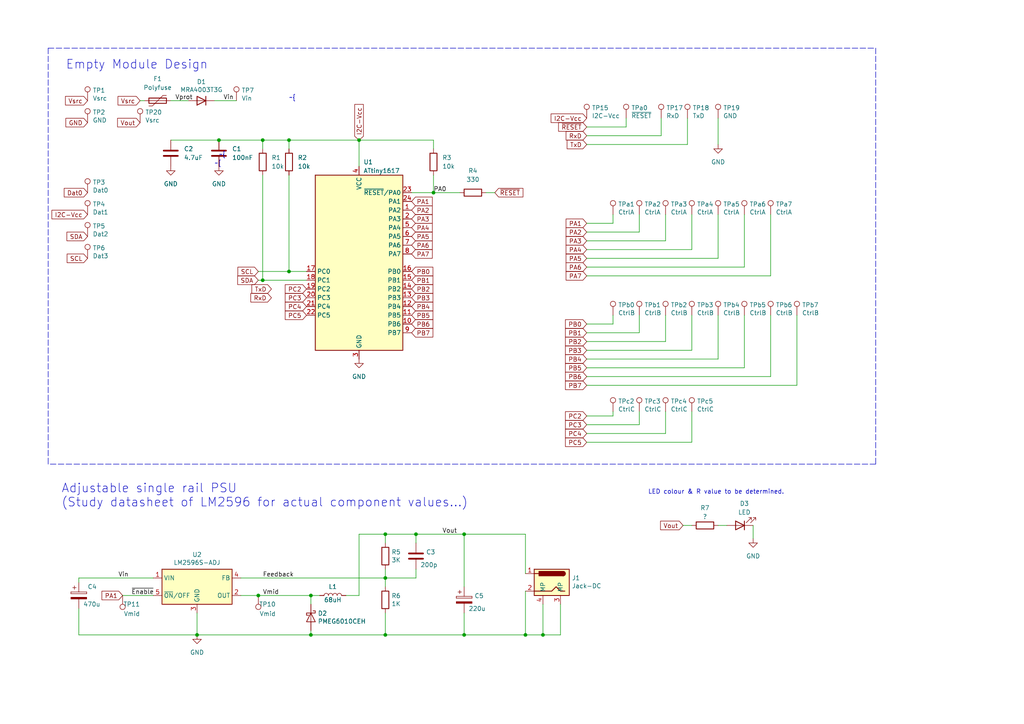
<source format=kicad_sch>
(kicad_sch (version 20211123) (generator eeschema)
  (paper "A4")
  (title_block (title "Adjustable single rail PSU") (date "2024-03-15") (rev "1.0.0") (company "S. A. Miller") (comment 1 "D3 colour & R7 value to be determined based on Vout."))
  (lib_symbols
    (symbol "Connector:TestPoint" (pin_numbers hide) (pin_names (offset 0.762) hide)
      (property "Reference" "TP" (at 0 6.858 0))
      (property "Value" "TestPoint" (at 0 5.08 0))
      (symbol "TestPoint_0_1"
        (circle (center 0 3.302) (radius 0.762))
      )
      (symbol "TestPoint_1_1"
        (pin passive line (at 0 0 90) (length 2.54) (name "1") (number "1"))
      )
    )
    (symbol "Device:C" (pin_numbers hide) (pin_names (offset 0.254))
      (property "Reference" "C" (at 0.635 2.54 0))
      (property "Value" "C" (at 0.635 -2.54 0))
      (symbol "C_0_1"
        (polyline (pts (xy -2.032 -0.762) (xy 2.032 -0.762)) (stroke (width 0.508)))
        (polyline (pts (xy -2.032 0.762) (xy 2.032 0.762)) (stroke (width 0.508)))
      )
      (symbol "C_1_1"
        (pin passive line (at 0 3.81 270) (length 2.794) (name "~") (number "1"))
        (pin passive line (at 0 -3.81 90) (length 2.794) (name "~") (number "2"))
      )
    )
    (symbol "Device:CP" (pin_numbers hide) (pin_names (offset 0.254))
      (property "Reference" "C" (at 0.635 2.54 0))
      (property "Value" "Device_CP" (at 0.635 -2.54 0))
      (symbol "CP_0_1"
        (rectangle (start -2.286 0.508) (end -2.286 1.016))
        (rectangle (start -2.286 0.508) (end 2.286 0.508))
        (polyline (pts (xy -1.778 2.286) (xy -0.762 2.286)))
        (polyline (pts (xy -1.27 2.794) (xy -1.27 1.778)))
        (rectangle (start 2.286 -0.508) (end -2.286 -1.016) (fill (type outline)))
        (rectangle (start 2.286 1.016) (end -2.286 1.016))
        (rectangle (start 2.286 1.016) (end 2.286 0.508))
      )
      (symbol "CP_1_1"
        (pin passive line (at 0 3.81 270) (length 2.794) (name "~") (number "1"))
        (pin passive line (at 0 -3.81 90) (length 2.794) (name "~") (number "2"))
      )
    )
    (symbol "Device:L" (pin_numbers hide) (pin_names (offset 1.016) hide)
      (property "Reference" "L" (at -1.27 0 90))
      (property "Value" "L" (at 1.905 0 90))
      (symbol "L_0_1"
        (arc (start 0 -2.54) (mid 0.635 -1.905) (end 0 -1.27))
        (arc (start 0 -1.27) (mid 0.635 -0.635) (end 0 0))
        (arc (start 0 0) (mid 0.635 0.635) (end 0 1.27))
        (arc (start 0 1.27) (mid 0.635 1.905) (end 0 2.54))
      )
      (symbol "L_1_1"
        (pin passive line (at 0 3.81 270) (length 1.27) (name "1") (number "1"))
        (pin passive line (at 0 -3.81 90) (length 1.27) (name "2") (number "2"))
      )
    )
    (symbol "Device:LED" (pin_numbers hide) (pin_names (offset 1.016) hide)
      (property "Reference" "D" (at 0 2.54 0))
      (property "Value" "LED" (at 0 -2.54 0))
      (symbol "LED_0_1"
        (polyline (pts (xy -1.27 -1.27) (xy -1.27 1.27)) (stroke (width 0.254)))
        (polyline (pts (xy -1.27 0) (xy 1.27 0)))
        (polyline (pts (xy 1.27 -1.27) (xy 1.27 1.27) (xy -1.27 0) (xy 1.27 -1.27)) (stroke (width 0.254)))
        (polyline (pts (xy -3.048 -0.762) (xy -4.572 -2.286) (xy -3.81 -2.286) (xy -4.572 -2.286) (xy -4.572 -1.524)))
        (polyline (pts (xy -1.778 -0.762) (xy -3.302 -2.286) (xy -2.54 -2.286) (xy -3.302 -2.286) (xy -3.302 -1.524)))
      )
      (symbol "LED_1_1"
        (pin passive line (at -3.81 0 0) (length 2.54) (name "K") (number "1"))
        (pin passive line (at 3.81 0 180) (length 2.54) (name "A") (number "2"))
      )
    )
    (symbol "Device:Polyfuse" (pin_numbers hide) (pin_names (offset 0))
      (property "Reference" "F" (at -2.54 0 90))
      (property "Value" "Polyfuse" (at 2.54 0 90))
      (symbol "Polyfuse_0_1"
        (rectangle (start -0.762 2.54) (end 0.762 -2.54) (stroke (width 0.254)))
        (polyline (pts (xy 0 2.54) (xy 0 -2.54)))
        (polyline (pts (xy -1.524 2.54) (xy -1.524 1.524) (xy 1.524 -1.524) (xy 1.524 -2.54)))
      )
      (symbol "Polyfuse_1_1"
        (pin passive line (at 0 3.81 270) (length 1.27) (name "~") (number "1"))
        (pin passive line (at 0 -3.81 90) (length 1.27) (name "~") (number "2"))
      )
    )
    (symbol "Device:R" (pin_numbers hide) (pin_names (offset 0))
      (property "Reference" "R" (at 2.032 0 90))
      (property "Value" "R" (at 0 0 90))
      (symbol "R_0_1"
        (rectangle (start -1.016 -2.54) (end 1.016 2.54) (stroke (width 0.254)))
      )
      (symbol "R_1_1"
        (pin passive line (at 0 3.81 270) (length 1.27) (name "~") (number "1"))
        (pin passive line (at 0 -3.81 90) (length 1.27) (name "~") (number "2"))
      )
    )
    (symbol "Diode:MRA4003T3G" (pin_numbers hide) (pin_names (offset 1.016) hide)
      (property "Reference" "D" (at 0 2.54 0))
      (property "Value" "MRA4003T3G" (at 0 -2.54 0))
      (symbol "MRA4003T3G_0_1"
        (polyline (pts (xy -1.27 1.27) (xy -1.27 -1.27)) (stroke (width 0.254)))
        (polyline (pts (xy 1.27 0) (xy -1.27 0)))
        (polyline (pts (xy 1.27 1.27) (xy 1.27 -1.27) (xy -1.27 0) (xy 1.27 1.27)) (stroke (width 0.254)))
      )
      (symbol "MRA4003T3G_1_1"
        (pin passive line (at -3.81 0 0) (length 2.54) (name "K") (number "1"))
        (pin passive line (at 3.81 0 180) (length 2.54) (name "A") (number "2"))
      )
    )
    (symbol "Diode:PMEG6010CEH" (pin_numbers hide) (pin_names hide)
      (property "Reference" "D" (at 0 2.54 0))
      (property "Value" "PMEG6010CEH" (at 0 -2.54 0))
      (symbol "PMEG6010CEH_0_1"
        (polyline (pts (xy 1.27 0) (xy -1.27 0)))
        (polyline (pts (xy 1.27 1.27) (xy 1.27 -1.27) (xy -1.27 0) (xy 1.27 1.27)) (stroke (width 0.2032)))
        (polyline (pts (xy -1.905 0.635) (xy -1.905 1.27) (xy -1.27 1.27) (xy -1.27 -1.27) (xy -0.635 -1.27) (xy -0.635 -0.635)) (stroke (width 0.2032)))
      )
      (symbol "PMEG6010CEH_1_1"
        (pin passive line (at -3.81 0 0) (length 2.54) (name "K") (number "1"))
        (pin passive line (at 3.81 0 180) (length 2.54) (name "A") (number "2"))
      )
    )
    (symbol "MCU_Microchip_ATtiny:ATtiny817-M"
      (property "Reference" "U" (at -12.7 26.67 0))
      (property "Value" "ATtiny817-M" (at 2.54 -26.67 0))
      (symbol "ATtiny817-M_0_1"
        (rectangle (start -12.7 -25.4) (end 12.7 25.4) (stroke (width 0.254)) (fill (type background)))
      )
      (symbol "ATtiny817-M_1_1"
        (pin bidirectional line (at 15.24 15.24 180) (length 2.54) (name "PA2") (number "1"))
        (pin bidirectional line (at 15.24 -17.78 180) (length 2.54) (name "PB6") (number "10"))
        (pin bidirectional line (at 15.24 -15.24 180) (length 2.54) (name "PB5") (number "11"))
        (pin bidirectional line (at 15.24 -12.7 180) (length 2.54) (name "PB4") (number "12"))
        (pin bidirectional line (at 15.24 -10.16 180) (length 2.54) (name "PB3") (number "13"))
        (pin bidirectional line (at 15.24 -7.62 180) (length 2.54) (name "PB2") (number "14"))
        (pin bidirectional line (at 15.24 -5.08 180) (length 2.54) (name "PB1") (number "15"))
        (pin bidirectional line (at 15.24 -2.54 180) (length 2.54) (name "PB0") (number "16"))
        (pin bidirectional line (at -15.24 -2.54 0) (length 2.54) (name "PC0") (number "17"))
        (pin bidirectional line (at -15.24 -5.08 0) (length 2.54) (name "PC1") (number "18"))
        (pin bidirectional line (at -15.24 -7.62 0) (length 2.54) (name "PC2") (number "19"))
        (pin bidirectional line (at 15.24 12.7 180) (length 2.54) (name "PA3") (number "2"))
        (pin bidirectional line (at -15.24 -10.16 0) (length 2.54) (name "PC3") (number "20"))
        (pin bidirectional line (at -15.24 -12.7 0) (length 2.54) (name "PC4") (number "21"))
        (pin bidirectional line (at -15.24 -15.24 0) (length 2.54) (name "PC5") (number "22"))
        (pin bidirectional line (at 15.24 20.32 180) (length 2.54) (name "~{RESET}/PA0") (number "23"))
        (pin bidirectional line (at 15.24 17.78 180) (length 2.54) (name "PA1") (number "24"))
        (pin passive line (at 0 -27.94 90) (length 2.54) hide (name "GND") (number "25"))
        (pin power_in line (at 0 -27.94 90) (length 2.54) (name "GND") (number "3"))
        (pin power_in line (at 0 27.94 270) (length 2.54) (name "VCC") (number "4"))
        (pin bidirectional line (at 15.24 10.16 180) (length 2.54) (name "PA4") (number "5"))
        (pin bidirectional line (at 15.24 7.62 180) (length 2.54) (name "PA5") (number "6"))
        (pin bidirectional line (at 15.24 5.08 180) (length 2.54) (name "PA6") (number "7"))
        (pin bidirectional line (at 15.24 2.54 180) (length 2.54) (name "PA7") (number "8"))
        (pin bidirectional line (at 15.24 -20.32 180) (length 2.54) (name "PB7") (number "9"))
      )
    )
    (symbol "Regulator_Switching:LM2596S-ADJ"
      (property "Reference" "U" (at -10.16 6.35 0))
      (property "Value" "LM2596S-ADJ" (at 0 6.35 0))
      (symbol "LM2596S-ADJ_0_1"
        (rectangle (start -10.16 5.08) (end 10.16 -5.08) (stroke (width 0.254)) (fill (type background)))
      )
      (symbol "LM2596S-ADJ_1_1"
        (pin power_in line (at -12.7 2.54 0) (length 2.54) (name "VIN") (number "1"))
        (pin output line (at 12.7 -2.54 180) (length 2.54) (name "OUT") (number "2"))
        (pin power_in line (at 0 -7.62 90) (length 2.54) (name "GND") (number "3"))
        (pin input line (at 12.7 2.54 180) (length 2.54) (name "FB") (number "4"))
        (pin input line (at -12.7 -2.54 0) (length 2.54) (name "~{ON}/OFF") (number "5"))
      )
    )
    (symbol "power:GND" (power) (pin_names (offset 0))
      (property "Value" "GND" (at 0 -3.81 0))
      (symbol "GND_0_1"
        (polyline (pts (xy 0 0) (xy 0 -1.27) (xy 1.27 -1.27) (xy 0 -2.54) (xy -1.27 -1.27) (xy 0 -1.27)))
      )
      (symbol "GND_1_1"
        (pin power_in line (at 0 0 270) (length 0) hide (name "GND") (number "1"))
      )
    )
    (symbol "tinker:Jack-DC" (pin_names (offset 1.016))
      (property "Reference" "J" (at 0 5.334 0))
      (property "Value" "Jack-DC" (at -10.16 -2.54 0))
      (symbol "Jack-DC_0_1"
        (rectangle (start -5.08 3.81) (end 5.08 -3.81) (stroke (width 0.254)) (fill (type background)))
        (arc (start -3.302 3.175) (mid -3.937 2.54) (end -3.302 1.905) (stroke (width 0.254)))
        (arc (start -3.302 3.175) (mid -3.937 2.54) (end -3.302 1.905) (stroke (width 0.254)) (fill (type outline)))
        (polyline (pts (xy 5.08 2.54) (xy 3.81 2.54)) (stroke (width 0.254)))
        (polyline (pts (xy -3.81 -2.54) (xy -2.54 -2.54) (xy -1.27 -1.27) (xy 0 -2.54) (xy 2.54 -2.54) (xy 5.08 -2.54)) (stroke (width 0.254)))
        (rectangle (start 3.683 3.175) (end -3.302 1.905) (stroke (width 0.254)) (fill (type outline)))
      )
      (symbol "Jack-DC_1_1"
        (pin passive line (at 7.62 2.54 180) (length 2.54) (name "~") (number "1"))
        (pin passive line (at 7.62 -2.54 180) (length 2.54) (name "~") (number "2"))
        (pin power_in line (at -2.54 -6.35 90) (length 2.54) (name "MP") (number "3"))
        (pin power_in line (at 2.54 -6.35 90) (length 2.54) (name "MP") (number "4"))
      )
    )
  )
  (junction (at 134.62 184.15))
  (junction (at 76.2 40.64))
  (junction (at 120.65 154.94))
  (junction (at 104.14 40.64))
  (junction (at 152.4 184.15))
  (junction (at 74.93 172.72))
  (junction (at 90.17 184.15))
  (junction (at 57.15 184.15))
  (junction (at 111.76 167.64))
  (junction (at 83.82 40.64))
  (junction (at 134.62 154.94))
  (junction (at 111.76 154.94))
  (junction (at 76.2 81.28))
  (junction (at 90.17 172.72))
  (junction (at 63.5 40.64))
  (junction (at 157.48 184.15))
  (junction (at 125.73 55.88))
  (junction (at 83.82 78.74))
  (junction (at 111.76 184.15))
  (wire (pts (xy 83.82 40.64) (xy 104.14 40.64)))
  (wire (pts (xy 49.53 29.21) (xy 54.61 29.21)))
  (wire (pts (xy 69.85 172.72) (xy 74.93 172.72)))
  (wire (pts (xy 193.04 99.06) (xy 193.04 91.44)))
  (wire (pts (xy 193.04 69.85) (xy 193.04 62.23)))
  (polyline (pts (xy 254 134.62) (xy 13.97 134.62)))
  (wire (pts (xy 208.28 152.4) (xy 210.82 152.4)))
  (wire (pts (xy 200.66 119.38) (xy 200.66 128.27)))
  (wire (pts (xy 134.62 184.15) (xy 111.76 184.15)))
  (wire (pts (xy 170.18 39.37) (xy 191.77 39.37)))
  (wire (pts (xy 170.18 41.91) (xy 199.39 41.91)))
  (wire (pts (xy 181.61 36.83) (xy 181.61 34.29)))
  (wire (pts (xy 74.93 81.28) (xy 76.2 81.28)))
  (wire (pts (xy 200.66 62.23) (xy 200.66 72.39)))
  (wire (pts (xy 162.56 184.15) (xy 157.48 184.15)))
  (wire (pts (xy 170.18 104.14) (xy 208.28 104.14)))
  (wire (pts (xy 74.93 78.74) (xy 83.82 78.74)))
  (wire (pts (xy 104.14 40.64) (xy 104.14 48.26)))
  (wire (pts (xy 170.18 123.19) (xy 185.42 123.19)))
  (wire (pts (xy 170.18 109.22) (xy 223.52 109.22)))
  (wire (pts (xy 83.82 40.64) (xy 83.82 43.18)))
  (wire (pts (xy 170.18 36.83) (xy 181.61 36.83)))
  (wire (pts (xy 90.17 172.72) (xy 92.71 172.72)))
  (wire (pts (xy 125.73 55.88) (xy 133.35 55.88)))
  (wire (pts (xy 191.77 39.37) (xy 191.77 34.29)))
  (wire (pts (xy 170.18 69.85) (xy 193.04 69.85)))
  (wire (pts (xy 83.82 78.74) (xy 88.9 78.74)))
  (wire (pts (xy 170.18 120.65) (xy 177.8 120.65)))
  (wire (pts (xy 83.82 50.8) (xy 83.82 78.74)))
  (wire (pts (xy 120.65 154.94) (xy 111.76 154.94)))
  (wire (pts (xy 231.14 111.76) (xy 231.14 91.44)))
  (wire (pts (xy 215.9 106.68) (xy 215.9 91.44)))
  (wire (pts (xy 49.53 40.64) (xy 63.5 40.64)))
  (wire (pts (xy 69.85 167.64) (xy 111.76 167.64)))
  (wire (pts (xy 62.23 29.21) (xy 68.58 29.21)))
  (wire (pts (xy 134.62 177.8) (xy 134.62 184.15)))
  (wire (pts (xy 170.18 106.68) (xy 215.9 106.68)))
  (wire (pts (xy 170.18 64.77) (xy 177.8 64.77)))
  (wire (pts (xy 111.76 154.94) (xy 104.14 154.94)))
  (wire (pts (xy 125.73 40.64) (xy 125.73 43.18)))
  (wire (pts (xy 208.28 104.14) (xy 208.28 91.44)))
  (wire (pts (xy 125.73 50.8) (xy 125.73 55.88)))
  (wire (pts (xy 185.42 123.19) (xy 185.42 119.38)))
  (wire (pts (xy 111.76 167.64) (xy 111.76 170.18)))
  (wire (pts (xy 170.18 128.27) (xy 200.66 128.27)))
  (wire (pts (xy 90.17 182.88) (xy 90.17 184.15)))
  (wire (pts (xy 152.4 154.94) (xy 134.62 154.94)))
  (wire (pts (xy 170.18 72.39) (xy 200.66 72.39)))
  (wire (pts (xy 76.2 81.28) (xy 88.9 81.28)))
  (wire (pts (xy 157.48 184.15) (xy 152.4 184.15)))
  (wire (pts (xy 74.93 172.72) (xy 90.17 172.72)))
  (wire (pts (xy 157.48 175.26) (xy 157.48 184.15)))
  (wire (pts (xy 22.86 176.53) (xy 22.86 184.15)))
  (wire (pts (xy 111.76 165.1) (xy 111.76 167.64)))
  (wire (pts (xy 208.28 74.93) (xy 208.28 62.23)))
  (wire (pts (xy 76.2 40.64) (xy 83.82 40.64)))
  (wire (pts (xy 152.4 166.37) (xy 152.4 154.94)))
  (wire (pts (xy 111.76 177.8) (xy 111.76 184.15)))
  (wire (pts (xy 200.66 91.44) (xy 200.66 101.6)))
  (wire (pts (xy 22.86 184.15) (xy 57.15 184.15)))
  (polyline (pts (xy 13.97 13.97) (xy 254 13.97)))
  (wire (pts (xy 140.97 55.88) (xy 143.51 55.88)))
  (wire (pts (xy 134.62 170.18) (xy 134.62 154.94)))
  (wire (pts (xy 76.2 50.8) (xy 76.2 81.28)))
  (wire (pts (xy 170.18 96.52) (xy 185.42 96.52)))
  (wire (pts (xy 41.91 29.21) (xy 40.64 29.21)))
  (wire (pts (xy 215.9 77.47) (xy 215.9 62.23)))
  (wire (pts (xy 111.76 184.15) (xy 90.17 184.15)))
  (wire (pts (xy 198.12 152.4) (xy 200.66 152.4)))
  (wire (pts (xy 177.8 64.77) (xy 177.8 62.23)))
  (wire (pts (xy 193.04 125.73) (xy 193.04 119.38)))
  (wire (pts (xy 170.18 80.01) (xy 223.52 80.01)))
  (wire (pts (xy 90.17 175.26) (xy 90.17 172.72)))
  (wire (pts (xy 170.18 93.98) (xy 177.8 93.98)))
  (wire (pts (xy 22.86 167.64) (xy 22.86 168.91)))
  (wire (pts (xy 120.65 167.64) (xy 111.76 167.64)))
  (wire (pts (xy 170.18 74.93) (xy 208.28 74.93)))
  (wire (pts (xy 177.8 93.98) (xy 177.8 91.44)))
  (wire (pts (xy 104.14 154.94) (xy 104.14 172.72)))
  (wire (pts (xy 218.44 152.4) (xy 218.44 156.21)))
  (polyline (pts (xy 254 13.97) (xy 254 134.62)))
  (wire (pts (xy 120.65 157.48) (xy 120.65 154.94)))
  (wire (pts (xy 104.14 40.64) (xy 125.73 40.64)))
  (wire (pts (xy 162.56 175.26) (xy 162.56 184.15)))
  (wire (pts (xy 76.2 40.64) (xy 76.2 43.18)))
  (wire (pts (xy 134.62 154.94) (xy 120.65 154.94)))
  (wire (pts (xy 170.18 67.31) (xy 185.42 67.31)))
  (wire (pts (xy 111.76 157.48) (xy 111.76 154.94)))
  (wire (pts (xy 223.52 80.01) (xy 223.52 62.23)))
  (wire (pts (xy 170.18 111.76) (xy 231.14 111.76)))
  (wire (pts (xy 22.86 167.64) (xy 44.45 167.64)))
  (wire (pts (xy 185.42 96.52) (xy 185.42 91.44)))
  (wire (pts (xy 170.18 99.06) (xy 193.04 99.06)))
  (wire (pts (xy 170.18 125.73) (xy 193.04 125.73)))
  (wire (pts (xy 208.28 41.91) (xy 208.28 34.29)))
  (wire (pts (xy 177.8 119.38) (xy 177.8 120.65)))
  (wire (pts (xy 185.42 67.31) (xy 185.42 62.23)))
  (wire (pts (xy 152.4 184.15) (xy 134.62 184.15)))
  (polyline (pts (xy 13.97 13.97) (xy 13.97 134.62)))
  (wire (pts (xy 57.15 184.15) (xy 90.17 184.15)))
  (wire (pts (xy 199.39 41.91) (xy 199.39 34.29)))
  (wire (pts (xy 57.15 184.15) (xy 57.15 177.8)))
  (wire (pts (xy 170.18 77.47) (xy 215.9 77.47)))
  (wire (pts (xy 223.52 109.22) (xy 223.52 91.44)))
  (wire (pts (xy 63.5 40.64) (xy 76.2 40.64)))
  (wire (pts (xy 120.65 165.1) (xy 120.65 167.64)))
  (wire (pts (xy 152.4 171.45) (xy 152.4 184.15)))
  (wire (pts (xy 170.18 101.6) (xy 200.66 101.6)))
  (wire (pts (xy 119.38 55.88) (xy 125.73 55.88)))
  (wire (pts (xy 35.56 172.72) (xy 44.45 172.72)))
  (wire (pts (xy 104.14 172.72) (xy 100.33 172.72)))
  (text "Empty Module Design" (at 19.05 20.32 0) (effects (font (size 2.54 2.54)) (justify left bottom)))
  (text "~{" (at 62.23 48.26 0) (effects (font (size 1.27 1.27)) (justify left bottom)))
  (text "~{" (at 83.82 29.21 0) (effects (font (size 1.27 1.27)) (justify left bottom)))
  (text "Adjustable single rail PSU\n(Study datasheet of LM2596 for actual component values...)" (at 17.78 147.32 0) (effects (font (size 2.54 2.54)) (justify left bottom)))
  (text "LED colour & R value to be determined." (at 187.96 143.51 0) (effects (font (size 1.27 1.27)) (justify left bottom)))
  (text "~{" (at 63.5 45.72 0) (effects (font (size 1.27 1.27)) (justify left bottom)))
  (label "Vprot" (at 50.8 29.21 0))
  (label "Feedback" (at 76.2 167.64 0))
  (label "Vout" (at 128.27 154.94 0))
  (label "PA0" (at 125.73 55.88 0))
  (label "Vmid" (at 76.2 172.72 0))
  (label "~{Enable}" (at 38.1 172.72 0))
  (label "Vin" (at 34.29 167.64 0))
  (label "Vin" (at 64.77 29.21 0))
  (global_label "PB5" (shape input) (at 170.18 106.68 180) (property "Intersheet References" "${INTERSHEET_REFS}" (effects hide)))
  (global_label "PA2" (shape input) (at 119.38 60.96 0) (property "Intersheet References" "${INTERSHEET_REFS}" (effects hide)))
  (global_label "PB4" (shape input) (at 119.38 88.9 0) (property "Intersheet References" "${INTERSHEET_REFS}" (effects hide)))
  (global_label "PA3" (shape input) (at 170.18 69.85 180) (property "Intersheet References" "${INTERSHEET_REFS}" (effects hide)))
  (global_label "PB3" (shape input) (at 119.38 86.36 0) (property "Intersheet References" "${INTERSHEET_REFS}" (effects hide)))
  (global_label "PC3" (shape input) (at 88.9 86.36 180) (property "Intersheet References" "${INTERSHEET_REFS}" (effects hide)))
  (global_label "TxD" (shape input) (at 170.18 41.91 180) (property "Intersheet References" "${INTERSHEET_REFS}" (effects hide)))
  (global_label "SDA" (shape input) (at 25.4 68.58 180) (property "Intersheet References" "${INTERSHEET_REFS}" (effects hide)))
  (global_label "PC2" (shape input) (at 170.18 120.65 180) (property "Intersheet References" "${INTERSHEET_REFS}" (effects hide)))
  (global_label "PB7" (shape input) (at 170.18 111.76 180) (property "Intersheet References" "${INTERSHEET_REFS}" (effects hide)))
  (global_label "PA7" (shape input) (at 119.38 73.66 0) (property "Intersheet References" "${INTERSHEET_REFS}" (effects hide)))
  (global_label "PB7" (shape input) (at 119.38 96.52 0) (property "Intersheet References" "${INTERSHEET_REFS}" (effects hide)))
  (global_label "PB2" (shape input) (at 119.38 83.82 0) (property "Intersheet References" "${INTERSHEET_REFS}" (effects hide)))
  (global_label "TxD" (shape input) (at 78.74 83.82 180) (property "Intersheet References" "${INTERSHEET_REFS}" (effects hide)))
  (global_label "PB1" (shape input) (at 119.38 81.28 0) (property "Intersheet References" "${INTERSHEET_REFS}" (effects hide)))
  (global_label "PB6" (shape input) (at 119.38 93.98 0) (property "Intersheet References" "${INTERSHEET_REFS}" (effects hide)))
  (global_label "PC5" (shape input) (at 88.9 91.44 180) (property "Intersheet References" "${INTERSHEET_REFS}" (effects hide)))
  (global_label "SDA" (shape input) (at 74.93 81.28 180) (property "Intersheet References" "${INTERSHEET_REFS}" (effects hide)))
  (global_label "PB5" (shape input) (at 119.38 91.44 0) (property "Intersheet References" "${INTERSHEET_REFS}" (effects hide)))
  (global_label "Vout" (shape input) (at 198.12 152.4 180) (property "Intersheet References" "${INTERSHEET_REFS}" (effects hide)))
  (global_label "PA3" (shape input) (at 119.38 63.5 0) (property "Intersheet References" "${INTERSHEET_REFS}" (effects hide)))
  (global_label "PA6" (shape input) (at 119.38 71.12 0) (property "Intersheet References" "${INTERSHEET_REFS}" (effects hide)))
  (global_label "PC5" (shape input) (at 170.18 128.27 180) (property "Intersheet References" "${INTERSHEET_REFS}" (effects hide)))
  (global_label "PC4" (shape input) (at 88.9 88.9 180) (property "Intersheet References" "${INTERSHEET_REFS}" (effects hide)))
  (global_label "I2C-Vcc" (shape input) (at 25.4 62.23 180) (property "Intersheet References" "${INTERSHEET_REFS}" (effects hide)))
  (global_label "I2C-Vcc" (shape input) (at 170.18 34.29 180) (property "Intersheet References" "${INTERSHEET_REFS}" (effects hide)))
  (global_label "RxD" (shape input) (at 78.74 86.36 180) (property "Intersheet References" "${INTERSHEET_REFS}" (effects hide)))
  (global_label "PA1" (shape input) (at 35.56 172.72 180) (property "Intersheet References" "${INTERSHEET_REFS}" (effects hide)))
  (global_label "GND" (shape input) (at 25.4 35.56 180) (property "Intersheet References" "${INTERSHEET_REFS}" (effects hide)))
  (global_label "PB2" (shape input) (at 170.18 99.06 180) (property "Intersheet References" "${INTERSHEET_REFS}" (effects hide)))
  (global_label "~{RESET}" (shape input) (at 143.51 55.88 0) (property "Intersheet References" "${INTERSHEET_REFS}" (effects hide)))
  (global_label "Vout" (shape input) (at 40.64 35.56 180) (property "Intersheet References" "${INTERSHEET_REFS}" (effects hide)))
  (global_label "PB0" (shape input) (at 170.18 93.98 180) (property "Intersheet References" "${INTERSHEET_REFS}" (effects hide)))
  (global_label "~{RESET}" (shape input) (at 170.18 36.83 180) (property "Intersheet References" "${INTERSHEET_REFS}" (effects hide)))
  (global_label "PA6" (shape input) (at 170.18 77.47 180) (property "Intersheet References" "${INTERSHEET_REFS}" (effects hide)))
  (global_label "PA2" (shape input) (at 170.18 67.31 180) (property "Intersheet References" "${INTERSHEET_REFS}" (effects hide)))
  (global_label "SCL" (shape input) (at 74.93 78.74 180) (property "Intersheet References" "${INTERSHEET_REFS}" (effects hide)))
  (global_label "PC2" (shape input) (at 88.9 83.82 180) (property "Intersheet References" "${INTERSHEET_REFS}" (effects hide)))
  (global_label "PA4" (shape input) (at 170.18 72.39 180) (property "Intersheet References" "${INTERSHEET_REFS}" (effects hide)))
  (global_label "I2C-Vcc" (shape input) (at 104.14 40.64 90) (property "Intersheet References" "${INTERSHEET_REFS}" (effects hide)))
  (global_label "Vsrc" (shape input) (at 40.64 29.21 180) (property "Intersheet References" "${INTERSHEET_REFS}" (effects hide)))
  (global_label "RxD" (shape input) (at 170.18 39.37 180) (property "Intersheet References" "${INTERSHEET_REFS}" (effects hide)))
  (global_label "Vsrc" (shape input) (at 25.4 29.21 180) (property "Intersheet References" "${INTERSHEET_REFS}" (effects hide)))
  (global_label "PA7" (shape input) (at 170.18 80.01 180) (property "Intersheet References" "${INTERSHEET_REFS}" (effects hide)))
  (global_label "PA5" (shape input) (at 170.18 74.93 180) (property "Intersheet References" "${INTERSHEET_REFS}" (effects hide)))
  (global_label "PB6" (shape input) (at 170.18 109.22 180) (property "Intersheet References" "${INTERSHEET_REFS}" (effects hide)))
  (global_label "PB4" (shape input) (at 170.18 104.14 180) (property "Intersheet References" "${INTERSHEET_REFS}" (effects hide)))
  (global_label "PB0" (shape input) (at 119.38 78.74 0) (property "Intersheet References" "${INTERSHEET_REFS}" (effects hide)))
  (global_label "PA4" (shape input) (at 119.38 66.04 0) (property "Intersheet References" "${INTERSHEET_REFS}" (effects hide)))
  (global_label "PB1" (shape input) (at 170.18 96.52 180) (property "Intersheet References" "${INTERSHEET_REFS}" (effects hide)))
  (global_label "PC4" (shape input) (at 170.18 125.73 180) (property "Intersheet References" "${INTERSHEET_REFS}" (effects hide)))
  (global_label "Dat0" (shape input) (at 25.4 55.88 180) (property "Intersheet References" "${INTERSHEET_REFS}" (effects hide)))
  (global_label "PB3" (shape input) (at 170.18 101.6 180) (property "Intersheet References" "${INTERSHEET_REFS}" (effects hide)))
  (global_label "PA1" (shape input) (at 170.18 64.77 180) (property "Intersheet References" "${INTERSHEET_REFS}" (effects hide)))
  (global_label "PA5" (shape input) (at 119.38 68.58 0) (property "Intersheet References" "${INTERSHEET_REFS}" (effects hide)))
  (global_label "SCL" (shape input) (at 25.4 74.93 180) (property "Intersheet References" "${INTERSHEET_REFS}" (effects hide)))
  (global_label "PA1" (shape input) (at 119.38 58.42 0) (property "Intersheet References" "${INTERSHEET_REFS}" (effects hide)))
  (global_label "PC3" (shape input) (at 170.18 123.19 180) (property "Intersheet References" "${INTERSHEET_REFS}" (effects hide)))
  (symbol (lib_id "Connector:TestPoint") (at 177.8 62.23 0) (unit 1)
    (property "Reference" "TPa1" (at 179.2732 59.2328 0) (effects (justify left)))
    (property "Value" "CtrlA" (at 179.2732 61.5442 0) (effects (justify left)))
    (property "Footprint" "tinker:TestPoint_THTPad_D1.0mm_Drill0.5mm" (effects hide))
  )
  (symbol (lib_id "Device:R") (at 137.16 55.88 90) (unit 1)
    (property "Reference" "R4" (at 137.16 49.53 90))
    (property "Value" "330" (at 137.16 52.07 90))
    (property "Footprint" "Resistor_SMD:R_0603_1608Metric" (effects hide))
  )
  (symbol (lib_id "Connector:TestPoint") (at 25.4 62.23 0) (unit 1)
    (property "Reference" "TP4" (at 26.8732 59.2328 0) (effects (justify left)))
    (property "Value" "Dat1" (at 26.8732 61.5442 0) (effects (justify left)))
    (property "Footprint" "TestPoint:TestPoint_THTPad_D1.0mm_Drill0.5mm" (effects hide))
  )
  (symbol (lib_id "Connector:TestPoint") (at 35.56 172.72 180) (unit 1)
    (property "Reference" "TP11" (at 40.64 175.26 0) (effects (justify left)))
    (property "Value" "Vmid" (at 40.64 178.0286 0) (effects (justify left)))
    (property "Footprint" "tinker:TestPoint_THTPad_D1.0mm_Drill0.5mm" (effects hide))
  )
  (symbol (lib_id "Connector:TestPoint") (at 193.04 62.23 0) (unit 1)
    (property "Reference" "TPa3" (at 194.5132 59.2328 0) (effects (justify left)))
    (property "Value" "CtrlA" (at 194.5132 61.5442 0) (effects (justify left)))
    (property "Footprint" "tinker:TestPoint_THTPad_D1.0mm_Drill0.5mm" (effects hide))
  )
  (symbol (lib_id "Device:R") (at 125.73 46.99 0) (unit 1)
    (property "Reference" "R3" (at 128.27 45.7199 0) (effects (justify left)))
    (property "Value" "10k" (at 128.27 48.2599 0) (effects (justify left)))
    (property "Footprint" "Resistor_SMD:R_0603_1608Metric" (effects hide))
  )
  (symbol (lib_id "Connector:TestPoint") (at 200.66 62.23 0) (unit 1)
    (property "Reference" "TPa4" (at 202.1332 59.2328 0) (effects (justify left)))
    (property "Value" "CtrlA" (at 202.1332 61.5442 0) (effects (justify left)))
    (property "Footprint" "tinker:TestPoint_THTPad_D1.0mm_Drill0.5mm" (effects hide))
  )
  (symbol (lib_id "Connector:TestPoint") (at 208.28 91.44 0) (unit 1)
    (property "Reference" "TPb4" (at 209.7532 88.4428 0) (effects (justify left)))
    (property "Value" "CtrlB" (at 209.7532 90.7542 0) (effects (justify left)))
    (property "Footprint" "tinker:TestPoint_THTPad_D1.0mm_Drill0.5mm" (effects hide))
  )
  (symbol (lib_id "power:GND") (at 218.44 156.21 0) (unit 1)
    (property "Reference" "#PWR0105" (effects hide))
    (property "Value" "GND" (at 218.44 161.29 0))
  )
  (symbol (lib_id "Device:C") (at 49.53 44.45 0) (unit 1)
    (property "Reference" "C2" (at 53.34 43.1799 0) (effects (justify left)))
    (property "Value" "4.7uF" (at 53.34 45.7199 0) (effects (justify left)))
    (property "Footprint" "Capacitor_SMD:C_0603_1608Metric" (effects hide))
  )
  (symbol (lib_id "Connector:TestPoint") (at 215.9 91.44 0) (unit 1)
    (property "Reference" "TPb5" (at 217.3732 88.4428 0) (effects (justify left)))
    (property "Value" "CtrlB" (at 217.3732 90.7542 0) (effects (justify left)))
    (property "Footprint" "tinker:TestPoint_THTPad_D1.0mm_Drill0.5mm" (effects hide))
  )
  (symbol (lib_id "Connector:TestPoint") (at 40.64 35.56 0) (unit 1)
    (property "Reference" "TP20" (at 42.1132 32.5628 0) (effects (justify left)))
    (property "Value" "Vsrc" (at 42.1132 34.8742 0) (effects (justify left)))
    (property "Footprint" "tinker:TestPoint_THTPad_D1.0mm_Drill0.5mm" (effects hide))
  )
  (symbol (lib_id "Device:R") (at 111.76 161.29 0) (unit 1)
    (property "Reference" "R5" (at 113.538 160.1216 0) (effects (justify left)))
    (property "Value" "3K" (at 113.538 162.433 0) (effects (justify left)))
    (property "Footprint" "Resistor_SMD:R_0805_2012Metric" (effects hide))
  )
  (symbol (lib_id "Device:R") (at 76.2 46.99 0) (unit 1)
    (property "Reference" "R1" (at 78.74 45.7199 0) (effects (justify left)))
    (property "Value" "10k" (at 78.74 48.2599 0) (effects (justify left)))
    (property "Footprint" "Resistor_SMD:R_0603_1608Metric" (effects hide))
  )
  (symbol (lib_id "Connector:TestPoint") (at 200.66 91.44 0) (unit 1)
    (property "Reference" "TPb3" (at 202.1332 88.4428 0) (effects (justify left)))
    (property "Value" "CtrlB" (at 202.1332 90.7542 0) (effects (justify left)))
    (property "Footprint" "tinker:TestPoint_THTPad_D1.0mm_Drill0.5mm" (effects hide))
  )
  (symbol (lib_id "Connector:TestPoint") (at 181.61 34.29 0) (unit 1)
    (property "Reference" "TPa0" (at 183.0832 31.2928 0) (effects (justify left)))
    (property "Value" "~{RESET}" (at 183.0832 33.6042 0) (effects (justify left)))
    (property "Footprint" "TestPoint:TestPoint_THTPad_D1.0mm_Drill0.5mm" (effects hide))
  )
  (symbol (lib_id "Connector:TestPoint") (at 25.4 35.56 0) (unit 1)
    (property "Reference" "TP2" (at 26.8732 32.5628 0) (effects (justify left)))
    (property "Value" "GND" (at 26.8732 34.8742 0) (effects (justify left)))
    (property "Footprint" "tinker:TestPoint_THTPad_D1.0mm_Drill0.5mm" (effects hide))
  )
  (symbol (lib_id "Device:C") (at 63.5 44.45 0) (unit 1)
    (property "Reference" "C1" (at 67.31 43.1799 0) (effects (justify left)))
    (property "Value" "100nF" (at 67.31 45.7199 0) (effects (justify left)))
    (property "Footprint" "Capacitor_SMD:C_0603_1608Metric" (effects hide))
  )
  (symbol (lib_id "power:GND") (at 208.28 41.91 0) (unit 1)
    (property "Reference" "#PWR0106" (effects hide))
    (property "Value" "GND" (at 208.28 46.99 0))
  )
  (symbol (lib_id "Device:LED") (at 214.63 152.4 180) (unit 1)
    (property "Reference" "D3" (at 215.9 146.05 0))
    (property "Value" "LED" (at 215.9 148.59 0))
    (property "Footprint" "LED_SMD:LED_0603_1608Metric" (effects hide))
  )
  (symbol (lib_id "Connector:TestPoint") (at 199.39 34.29 0) (unit 1) (on_board no)
    (property "Reference" "TP18" (at 200.8632 31.2928 0) (effects (justify left)))
    (property "Value" "TxD" (at 200.8632 33.6042 0) (effects (justify left)))
    (property "Footprint" "TestPoint:TestPoint_THTPad_D1.0mm_Drill0.5mm" (effects hide))
  )
  (symbol (lib_id "Connector:TestPoint") (at 185.42 62.23 0) (unit 1)
    (property "Reference" "TPa2" (at 186.8932 59.2328 0) (effects (justify left)))
    (property "Value" "CtrlA" (at 186.8932 61.5442 0) (effects (justify left)))
    (property "Footprint" "tinker:TestPoint_THTPad_D1.0mm_Drill0.5mm" (effects hide))
  )
  (symbol (lib_id "Connector:TestPoint") (at 193.04 91.44 0) (unit 1)
    (property "Reference" "TPb2" (at 194.5132 88.4428 0) (effects (justify left)))
    (property "Value" "CtrlB" (at 194.5132 90.7542 0) (effects (justify left)))
    (property "Footprint" "tinker:TestPoint_THTPad_D1.0mm_Drill0.5mm" (effects hide))
  )
  (symbol (lib_id "Device:CP") (at 134.62 173.99 0) (unit 1)
    (property "Reference" "C5" (at 137.6172 172.8216 0) (effects (justify left)))
    (property "Value" "220u" (at 135.89 176.53 0) (effects (justify left)))
    (property "Footprint" "Capacitor_SMD:CP_Elec_10x7.7" (effects hide))
  )
  (symbol (lib_id "Device:L") (at 96.52 172.72 90) (unit 1)
    (property "Reference" "L1" (at 96.52 170.18 90))
    (property "Value" "68uH" (at 96.52 173.99 90))
    (property "Footprint" "Inductor_SMD:L_12x12mm_H8mm" (effects hide))
  )
  (symbol (lib_id "Connector:TestPoint") (at 177.8 119.38 0) (unit 1)
    (property "Reference" "TPc2" (at 179.2732 116.3828 0) (effects (justify left)))
    (property "Value" "CtrlC" (at 179.2732 118.6942 0) (effects (justify left)))
    (property "Footprint" "tinker:TestPoint_THTPad_D1.0mm_Drill0.5mm" (effects hide))
  )
  (symbol (lib_id "Device:Polyfuse") (at 45.72 29.21 90) (unit 1)
    (property "Reference" "F1" (at 45.72 22.86 90))
    (property "Value" "Polyfuse" (at 45.72 25.4 90))
    (property "Footprint" "tinker:F1206" (effects hide))
    (property "LCSC" "C2977524 (random choice)" (effects hide))
  )
  (symbol (lib_id "Device:R") (at 111.76 173.99 0) (unit 1)
    (property "Reference" "R6" (at 113.538 172.8216 0) (effects (justify left)))
    (property "Value" "1K" (at 113.538 175.133 0) (effects (justify left)))
    (property "Footprint" "Resistor_SMD:R_0805_2012Metric" (effects hide))
  )
  (symbol (lib_id "Connector:TestPoint") (at 177.8 91.44 0) (unit 1)
    (property "Reference" "TPb0" (at 179.2732 88.4428 0) (effects (justify left)))
    (property "Value" "CtrlB" (at 179.2732 90.7542 0) (effects (justify left)))
    (property "Footprint" "tinker:TestPoint_THTPad_D1.0mm_Drill0.5mm" (effects hide))
  )
  (symbol (lib_id "power:GND") (at 104.14 104.14 0) (unit 1)
    (property "Reference" "#PWR0103" (effects hide))
    (property "Value" "GND" (at 104.14 109.22 0))
  )
  (symbol (lib_id "Connector:TestPoint") (at 74.93 172.72 180) (unit 1)
    (property "Reference" "TP10" (at 80.01 175.26 0) (effects (justify left)))
    (property "Value" "Vmid" (at 80.01 178.0286 0) (effects (justify left)))
    (property "Footprint" "tinker:TestPoint_THTPad_D1.0mm_Drill0.5mm" (effects hide))
  )
  (symbol (lib_id "Connector:TestPoint") (at 200.66 119.38 0) (unit 1)
    (property "Reference" "TPc5" (at 202.1332 116.3828 0) (effects (justify left)))
    (property "Value" "CtrlC" (at 202.1332 118.6942 0) (effects (justify left)))
    (property "Footprint" "tinker:TestPoint_THTPad_D1.0mm_Drill0.5mm" (effects hide))
  )
  (symbol (lib_id "Connector:TestPoint") (at 215.9 62.23 0) (unit 1)
    (property "Reference" "TPa6" (at 217.3732 59.2328 0) (effects (justify left)))
    (property "Value" "CtrlA" (at 217.3732 61.5442 0) (effects (justify left)))
    (property "Footprint" "tinker:TestPoint_THTPad_D1.0mm_Drill0.5mm" (effects hide))
  )
  (symbol (lib_id "Connector:TestPoint") (at 25.4 74.93 0) (unit 1)
    (property "Reference" "TP6" (at 26.8732 71.9328 0) (effects (justify left)))
    (property "Value" "Dat3" (at 26.8732 74.2442 0) (effects (justify left)))
    (property "Footprint" "TestPoint:TestPoint_THTPad_D1.0mm_Drill0.5mm" (effects hide))
  )
  (symbol (lib_id "MCU_Microchip_ATtiny:ATtiny817-M") (at 104.14 76.2 0) (unit 1)
    (property "Reference" "U1" (at 105.41 46.99 0) (effects (justify left)))
    (property "Value" "ATtiny1617" (at 105.41 49.53 0) (effects (justify left)))
    (property "Footprint" "Package_DFN_QFN:QFN-24-1EP_4x4mm_P0.5mm_EP2.6x2.6mm" (effects hide))
    (property "Datasheet" "http://ww1.microchip.com/downloads/en/DeviceDoc/40001901B.pdf" (effects hide))
  )
  (symbol (lib_id "Connector:TestPoint") (at 191.77 34.29 0) (unit 1) (on_board no)
    (property "Reference" "TP17" (at 193.2432 31.2928 0) (effects (justify left)))
    (property "Value" "RxD" (at 193.2432 33.6042 0) (effects (justify left)))
    (property "Footprint" "TestPoint:TestPoint_THTPad_D1.0mm_Drill0.5mm" (effects hide))
  )
  (symbol (lib_id "Connector:TestPoint") (at 25.4 55.88 0) (unit 1)
    (property "Reference" "TP3" (at 26.8732 52.8828 0) (effects (justify left)))
    (property "Value" "Dat0" (at 26.8732 55.1942 0) (effects (justify left)))
    (property "Footprint" "TestPoint:TestPoint_THTPad_D1.0mm_Drill0.5mm" (effects hide))
  )
  (symbol (lib_id "Connector:TestPoint") (at 223.52 91.44 0) (unit 1)
    (property "Reference" "TPb6" (at 224.9932 88.4428 0) (effects (justify left)))
    (property "Value" "CtrlB" (at 224.9932 90.7542 0) (effects (justify left)))
    (property "Footprint" "tinker:TestPoint_THTPad_D1.0mm_Drill0.5mm" (effects hide))
  )
  (symbol (lib_id "Device:R") (at 83.82 46.99 0) (unit 1)
    (property "Reference" "R2" (at 86.36 45.7199 0) (effects (justify left)))
    (property "Value" "10k" (at 86.36 48.2599 0) (effects (justify left)))
    (property "Footprint" "Resistor_SMD:R_0603_1608Metric" (effects hide))
  )
  (symbol (lib_id "Connector:TestPoint") (at 185.42 119.38 0) (unit 1)
    (property "Reference" "TPc3" (at 186.8932 116.3828 0) (effects (justify left)))
    (property "Value" "CtrlC" (at 186.8932 118.6942 0) (effects (justify left)))
    (property "Footprint" "tinker:TestPoint_THTPad_D1.0mm_Drill0.5mm" (effects hide))
  )
  (symbol (lib_id "Connector:TestPoint") (at 25.4 68.58 0) (unit 1)
    (property "Reference" "TP5" (at 26.8732 65.5828 0) (effects (justify left)))
    (property "Value" "Dat2" (at 26.8732 67.8942 0) (effects (justify left)))
    (property "Footprint" "TestPoint:TestPoint_THTPad_D1.0mm_Drill0.5mm" (effects hide))
  )
  (symbol (lib_id "Connector:TestPoint") (at 170.18 34.29 0) (unit 1)
    (property "Reference" "TP15" (at 171.6532 31.2928 0) (effects (justify left)))
    (property "Value" "I2C-Vcc" (at 171.6532 33.6042 0) (effects (justify left)))
    (property "Footprint" "TestPoint:TestPoint_THTPad_D1.0mm_Drill0.5mm" (effects hide))
  )
  (symbol (lib_id "Connector:TestPoint") (at 185.42 91.44 0) (unit 1)
    (property "Reference" "TPb1" (at 186.8932 88.4428 0) (effects (justify left)))
    (property "Value" "CtrlB" (at 186.8932 90.7542 0) (effects (justify left)))
    (property "Footprint" "tinker:TestPoint_THTPad_D1.0mm_Drill0.5mm" (effects hide))
  )
  (symbol (lib_id "Diode:PMEG6010CEH") (at 90.17 179.07 270) (unit 1)
    (property "Reference" "D2" (at 92.1766 177.9016 90) (effects (justify left)))
    (property "Value" "PMEG6010CEH" (at 92.1766 180.213 90) (effects (justify left)))
    (property "Footprint" "Diode_SMD:D_SOD-123" (effects hide))
    (property "Datasheet" "https://assets.nexperia.com/documents/data-sheet/PMEG6010CEH_PMEG6010CEJ.pdf" (effects hide))
  )
  (symbol (lib_id "Connector:TestPoint") (at 68.58 29.21 0) (unit 1)
    (property "Reference" "TP7" (at 70.0532 26.2128 0) (effects (justify left)))
    (property "Value" "Vin" (at 70.0532 28.5242 0) (effects (justify left)))
    (property "Footprint" "tinker:TestPoint_THTPad_D1.0mm_Drill0.5mm" (effects hide))
  )
  (symbol (lib_id "Connector:TestPoint") (at 25.4 29.21 0) (unit 1)
    (property "Reference" "TP1" (at 26.8732 26.2128 0) (effects (justify left)))
    (property "Value" "Vsrc" (at 26.8732 28.5242 0) (effects (justify left)))
    (property "Footprint" "tinker:TestPoint_THTPad_D1.0mm_Drill0.5mm" (effects hide))
  )
  (symbol (lib_id "Device:R") (at 204.47 152.4 90) (unit 1)
    (property "Reference" "R7" (at 204.47 147.32 90))
    (property "Value" "?" (at 204.47 149.86 90))
    (property "Footprint" "Resistor_SMD:R_0603_1608Metric" (effects hide))
  )
  (symbol (lib_id "power:GND") (at 57.15 184.15 0) (unit 1)
    (property "Reference" "#PWR0104" (effects hide))
    (property "Value" "GND" (at 57.15 189.23 0))
  )
  (symbol (lib_id "power:GND") (at 49.53 48.26 0) (unit 1)
    (property "Reference" "#PWR0102" (effects hide))
    (property "Value" "GND" (at 49.53 53.34 0))
  )
  (symbol (lib_id "Device:C") (at 120.65 161.29 0) (unit 1)
    (property "Reference" "C3" (at 123.571 160.1216 0) (effects (justify left)))
    (property "Value" "200p" (at 121.92 163.83 0) (effects (justify left)))
    (property "Footprint" "Capacitor_SMD:C_0805_2012Metric" (effects hide))
  )
  (symbol (lib_id "Diode:MRA4003T3G") (at 58.42 29.21 180) (unit 1)
    (property "Reference" "D1" (at 58.42 23.7236 0))
    (property "Value" "MRA4003T3G" (at 58.42 26.035 0))
    (property "Footprint" "Diode_SMD:D_SMA" (effects hide))
    (property "Datasheet" "http://www.onsemi.com/pub_link/Collateral/MRA4003T3-D.PDF" (effects hide))
  )
  (symbol (lib_id "Connector:TestPoint") (at 193.04 119.38 0) (unit 1)
    (property "Reference" "TPc4" (at 194.5132 116.3828 0) (effects (justify left)))
    (property "Value" "CtrlC" (at 194.5132 118.6942 0) (effects (justify left)))
    (property "Footprint" "tinker:TestPoint_THTPad_D1.0mm_Drill0.5mm" (effects hide))
  )
  (symbol (lib_id "Device:CP") (at 22.86 172.72 0) (unit 1)
    (property "Reference" "C4" (at 25.4 170.18 0) (effects (justify left)))
    (property "Value" "470u" (at 24.13 175.26 0) (effects (justify left)))
    (property "Footprint" "Capacitor_SMD:CP_Elec_10x7.7" (effects hide))
  )
  (symbol (lib_id "Connector:TestPoint") (at 231.14 91.44 0) (unit 1)
    (property "Reference" "TPb7" (at 232.6132 88.4428 0) (effects (justify left)))
    (property "Value" "CtrlB" (at 232.6132 90.7542 0) (effects (justify left)))
    (property "Footprint" "tinker:TestPoint_THTPad_D1.0mm_Drill0.5mm" (effects hide))
  )
  (symbol (lib_id "power:GND") (at 63.5 48.26 0) (unit 1)
    (property "Reference" "#PWR0101" (effects hide))
    (property "Value" "GND" (at 63.5 53.34 0))
  )
  (symbol (lib_id "Regulator_Switching:LM2596S-ADJ") (at 57.15 170.18 0) (unit 1)
    (property "Reference" "U2" (at 57.15 160.8582 0))
    (property "Value" "LM2596S-ADJ" (at 57.15 163.1696 0))
    (property "Footprint" "Package_TO_SOT_SMD:TO-263-5_TabPin3" (effects hide))
    (property "Datasheet" "http://www.ti.com/lit/ds/symlink/lm2596.pdf" (effects hide))
  )
  (symbol (lib_id "tinker:Jack-DC") (at 160.02 168.91 0) (mirror y) (unit 1)
    (property "Reference" "J1" (at 165.862 167.64 0) (effects (justify right)))
    (property "Value" "Jack-DC" (at 165.862 169.9514 0) (effects (justify right)))
    (property "Footprint" "tinker:BarrelJack_CUI_PJ-063AH_Horizontal" (effects hide))
  )
  (symbol (lib_id "Connector:TestPoint") (at 223.52 62.23 0) (unit 1)
    (property "Reference" "TPa7" (at 224.9932 59.2328 0) (effects (justify left)))
    (property "Value" "CtrlA" (at 224.9932 61.5442 0) (effects (justify left)))
    (property "Footprint" "tinker:TestPoint_THTPad_D1.0mm_Drill0.5mm" (effects hide))
  )
  (symbol (lib_id "Connector:TestPoint") (at 208.28 62.23 0) (unit 1)
    (property "Reference" "TPa5" (at 209.7532 59.2328 0) (effects (justify left)))
    (property "Value" "CtrlA" (at 209.7532 61.5442 0) (effects (justify left)))
    (property "Footprint" "tinker:TestPoint_THTPad_D1.0mm_Drill0.5mm" (effects hide))
  )
  (symbol (lib_id "Connector:TestPoint") (at 208.28 34.29 0) (unit 1)
    (property "Reference" "TP19" (at 209.7532 31.2928 0) (effects (justify left)))
    (property "Value" "GND" (at 209.7532 33.6042 0) (effects (justify left)))
    (property "Footprint" "TestPoint:TestPoint_THTPad_D1.0mm_Drill0.5mm" (effects hide))
  )
)
</source>
